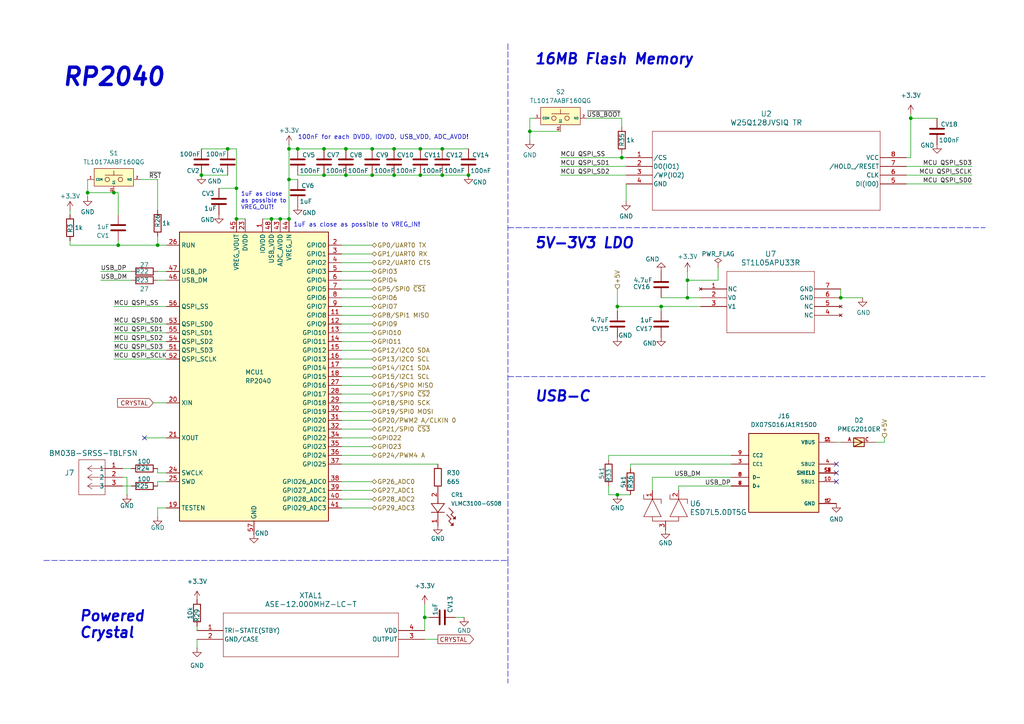
<source format=kicad_sch>
(kicad_sch (version 20231120) (generator "eeschema") (generator_version "8.0")
  (paper "A4")
  (title_block (title "RP2040 Standard") (company "Porto Space Team") (comment 1 "Miguel Amorim"))
  (lib_symbols
    (symbol "16MB_Flash:W25Q128JVSIQ_TR" (pin_names (offset 0.254))
      (property "Reference" "U" (at 40.64 12.7 0))
      (property "Value" "W25Q128JVSIQ TR" (at 40.64 10.16 0))
      (symbol "W25Q128JVSIQ_TR_0_1"
        (pin input line (at 0 0 0) (length 7.62) (name "/CS") (number "1"))
        (pin bidirectional line (at 0 -2.54 0) (length 7.62) (name "DO(IO1)") (number "2"))
        (pin bidirectional line (at 0 -5.08 0) (length 7.62) (name "/WP(IO2)") (number "3"))
        (pin passive line (at 0 -7.62 0) (length 7.62) (name "GND") (number "4"))
        (pin bidirectional line (at 81.28 -7.62 180) (length 7.62) (name "DI(IO0)") (number "5"))
        (pin input line (at 81.28 -5.08 180) (length 7.62) (name "CLK") (number "6"))
        (pin bidirectional line (at 81.28 -2.54 180) (length 7.62) (name "/HOLD_/RESET") (number "7"))
        (pin passive line (at 81.28 0 180) (length 7.62) (name "VCC") (number "8"))
      )
    )
    (symbol "AS12MHz:ASE-12.000MHZ-LC-T" (pin_names (offset 0.254))
      (property "Reference" "XTAL" (at 33.02 10.16 0))
      (property "Value" "ASE-12.000MHZ-LC-T" (at 33.02 7.62 0))
      (symbol "ASE-12.000MHZ-LC-T_0_1"
        (pin passive line (at 0 0 0) (length 7.62) (name "TRI-STATE(STBY)") (number "1"))
        (pin passive line (at 0 -2.54 0) (length 7.62) (name "GND/CASE") (number "2"))
        (pin output line (at 66.04 -2.54 180) (length 7.62) (name "OUTPUT") (number "3"))
        (pin power_in line (at 66.04 0 180) (length 7.62) (name "VDD") (number "4"))
      )
    )
    (symbol "DX07S016JA1R1500:DX07S016JA1R1500" (pin_names (offset 1.016))
      (property "Reference" "J" (at -10.16 11.43 0))
      (property "Value" "DX07S016JA1R1500" (at -10.16 -13.97 0))
      (symbol "DX07S016JA1R1500_0_0"
        (pin power_in line (at 15.24 -10.16 180) (length 5.08) (name "GND") (number "1"))
        (pin passive line (at 15.24 -3.81 180) (length 5.08) (name "SBU1") (number "10"))
        (pin passive line (at 15.24 7.62 180) (length 5.08) (name "VBUS") (number "11"))
        (pin power_in line (at 15.24 -10.16 180) (length 5.08) (name "GND") (number "12"))
        (pin passive line (at 15.24 7.62 180) (length 5.08) (name "VBUS") (number "2"))
        (pin passive line (at -15.24 1.27 0) (length 5.08) (name "CC1") (number "3"))
        (pin passive line (at 15.24 1.27 180) (length 5.08) (name "SBU2") (number "4"))
        (pin passive line (at -15.24 -2.54 0) (length 5.08) (name "D-") (number "5"))
        (pin passive line (at -15.24 -5.08 0) (length 5.08) (name "D+") (number "6"))
        (pin passive line (at -15.24 -5.08 0) (length 5.08) (name "D+") (number "7"))
        (pin passive line (at -15.24 -2.54 0) (length 5.08) (name "D-") (number "8"))
        (pin passive line (at -15.24 3.81 0) (length 5.08) (name "CC2") (number "9"))
        (pin passive line (at 15.24 -1.27 180) (length 5.08) (name "SHIELD") (number "S1"))
        (pin passive line (at 15.24 -1.27 180) (length 5.08) (name "SHIELD") (number "S2"))
        (pin passive line (at 15.24 -1.27 180) (length 5.08) (name "SHIELD") (number "S3"))
        (pin passive line (at 15.24 -1.27 180) (length 5.08) (name "SHIELD") (number "S4"))
        (pin passive line (at 15.24 -1.27 180) (length 5.08) (name "SHIELD") (number "S5"))
        (pin passive line (at 15.24 -1.27 180) (length 5.08) (name "SHIELD") (number "S6"))
      )
    )
    (symbol "Device:C" (pin_numbers hide) (pin_names (offset 0.254))
      (property "Reference" "C" (at 0.635 2.54 0))
      (property "Value" "C" (at 0.635 -2.54 0))
      (symbol "C_1_1"
        (pin passive line (at 0 3.81 270) (length 2.794) (name "~") (number "1"))
        (pin passive line (at 0 -3.81 90) (length 2.794) (name "~") (number "2"))
      )
    )
    (symbol "Device:R" (pin_numbers hide) (pin_names (offset 0))
      (property "Reference" "R" (at 2.032 0 90))
      (property "Value" "R" (at 0 0 90))
      (symbol "R_1_1"
        (pin passive line (at 0 3.81 270) (length 1.27) (name "~") (number "1"))
        (pin passive line (at 0 -3.81 90) (length 1.27) (name "~") (number "2"))
      )
    )
    (symbol "ESD7L5_Diode:ESD7L5.0DT5G" (pin_names (offset 0.254))
      (property "Reference" "U" (at 6.35 15.24 0))
      (property "Value" "ESD7L5.0DT5G" (at 6.35 12.7 0))
      (symbol "ESD7L5.0DT5G_1_1"
        (pin passive line (at 2.54 11.43 270) (length 2.54) (name "") (number "1"))
        (pin passive line (at 10.16 11.43 270) (length 2.54) (name "") (number "2"))
        (pin passive line (at 6.35 0 90) (length 2.54) (name "") (number "3"))
      )
    )
    (symbol "GreenLED__VLMC3100-GS08:VLMC3100-GS08" (pin_names (offset 0.254))
      (property "Reference" "CR" (at 5.08 -4.445 0))
      (property "Value" "VLMC3100-GS08" (at 5.08 -7.62 0))
      (symbol "VLMC3100-GS08_1_1"
        (pin passive line (at 10.16 0 180) (length 2.54) (name "") (number "1"))
        (pin passive line (at 0 0 0) (length 2.54) (name "") (number "2"))
      )
      (symbol "VLMC3100-GS08_1_2"
        (pin passive line (at 0 10.16 270) (length 2.54) (name "") (number "1"))
        (pin passive line (at 0 0 90) (length 2.54) (name "") (number "2"))
      )
    )
    (symbol "LDO_ST1L05A:ST1L05APU33R" (pin_names (offset 0.254))
      (property "Reference" "U" (at 20.32 10.16 0))
      (property "Value" "ST1L05APU33R" (at 20.32 7.62 0))
      (symbol "ST1L05APU33R_0_1"
        (pin no_connect line (at 0 0 0) (length 7.62) (name "NC") (number "1"))
        (pin passive line (at 0 -2.54 0) (length 7.62) (name "V0") (number "2"))
        (pin passive line (at 0 -5.08 0) (length 7.62) (name "V1") (number "3"))
        (pin no_connect line (at 40.64 -7.62 180) (length 7.62) (name "NC") (number "4"))
        (pin no_connect line (at 40.64 -5.08 180) (length 7.62) (name "NC") (number "5"))
        (pin passive line (at 40.64 -2.54 180) (length 7.62) (name "GND") (number "6"))
        (pin passive line (at 40.64 0 180) (length 7.62) (name "GND") (number "7"))
      )
    )
    (symbol "MCU_RaspberryPi:RP2040"
      (property "Reference" "U" (at 17.78 45.72 0))
      (property "Value" "RP2040" (at 17.78 43.18 0))
      (symbol "RP2040_1_1"
        (pin power_in line (at 2.54 45.72 270) (length 3.81) (name "IOVDD") (number "1"))
        (pin passive line (at 2.54 45.72 270) (length 3.81) hide (name "IOVDD") (number "10"))
        (pin bidirectional line (at 25.4 17.78 180) (length 3.81) (name "GPIO8") (number "11"))
        (pin bidirectional line (at 25.4 15.24 180) (length 3.81) (name "GPIO9") (number "12"))
        (pin bidirectional line (at 25.4 12.7 180) (length 3.81) (name "GPIO10") (number "13"))
        (pin bidirectional line (at 25.4 10.16 180) (length 3.81) (name "GPIO11") (number "14"))
        (pin bidirectional line (at 25.4 7.62 180) (length 3.81) (name "GPIO12") (number "15"))
        (pin bidirectional line (at 25.4 5.08 180) (length 3.81) (name "GPIO13") (number "16"))
        (pin bidirectional line (at 25.4 2.54 180) (length 3.81) (name "GPIO14") (number "17"))
        (pin bidirectional line (at 25.4 0 180) (length 3.81) (name "GPIO15") (number "18"))
        (pin input line (at -25.4 -38.1 0) (length 3.81) (name "TESTEN") (number "19"))
        (pin bidirectional line (at 25.4 38.1 180) (length 3.81) (name "GPIO0") (number "2"))
        (pin input line (at -25.4 -7.62 0) (length 3.81) (name "XIN") (number "20"))
        (pin passive line (at -25.4 -17.78 0) (length 3.81) (name "XOUT") (number "21"))
        (pin passive line (at 2.54 45.72 270) (length 3.81) hide (name "IOVDD") (number "22"))
        (pin power_in line (at -2.54 45.72 270) (length 3.81) (name "DVDD") (number "23"))
        (pin input line (at -25.4 -27.94 0) (length 3.81) (name "SWCLK") (number "24"))
        (pin bidirectional line (at -25.4 -30.48 0) (length 3.81) (name "SWD") (number "25"))
        (pin input line (at -25.4 38.1 0) (length 3.81) (name "RUN") (number "26"))
        (pin bidirectional line (at 25.4 -2.54 180) (length 3.81) (name "GPIO16") (number "27"))
        (pin bidirectional line (at 25.4 -5.08 180) (length 3.81) (name "GPIO17") (number "28"))
        (pin bidirectional line (at 25.4 -7.62 180) (length 3.81) (name "GPIO18") (number "29"))
        (pin bidirectional line (at 25.4 35.56 180) (length 3.81) (name "GPIO1") (number "3"))
        (pin bidirectional line (at 25.4 -10.16 180) (length 3.81) (name "GPIO19") (number "30"))
        (pin bidirectional line (at 25.4 -12.7 180) (length 3.81) (name "GPIO20") (number "31"))
        (pin bidirectional line (at 25.4 -15.24 180) (length 3.81) (name "GPIO21") (number "32"))
        (pin passive line (at 2.54 45.72 270) (length 3.81) hide (name "IOVDD") (number "33"))
        (pin bidirectional line (at 25.4 -17.78 180) (length 3.81) (name "GPIO22") (number "34"))
        (pin bidirectional line (at 25.4 -20.32 180) (length 3.81) (name "GPIO23") (number "35"))
        (pin bidirectional line (at 25.4 -22.86 180) (length 3.81) (name "GPIO24") (number "36"))
        (pin bidirectional line (at 25.4 -25.4 180) (length 3.81) (name "GPIO25") (number "37"))
        (pin bidirectional line (at 25.4 -30.48 180) (length 3.81) (name "GPIO26_ADC0") (number "38"))
        (pin bidirectional line (at 25.4 -33.02 180) (length 3.81) (name "GPIO27_ADC1") (number "39"))
        (pin bidirectional line (at 25.4 33.02 180) (length 3.81) (name "GPIO2") (number "4"))
        (pin bidirectional line (at 25.4 -35.56 180) (length 3.81) (name "GPIO28_ADC2") (number "40"))
        (pin bidirectional line (at 25.4 -38.1 180) (length 3.81) (name "GPIO29_ADC3") (number "41"))
        (pin passive line (at 2.54 45.72 270) (length 3.81) hide (name "IOVDD") (number "42"))
        (pin power_in line (at 7.62 45.72 270) (length 3.81) (name "ADC_AVDD") (number "43"))
        (pin power_in line (at 10.16 45.72 270) (length 3.81) (name "VREG_IN") (number "44"))
        (pin power_out line (at -5.08 45.72 270) (length 3.81) (name "VREG_VOUT") (number "45"))
        (pin bidirectional line (at -25.4 27.94 0) (length 3.81) (name "USB_DM") (number "46"))
        (pin bidirectional line (at -25.4 30.48 0) (length 3.81) (name "USB_DP") (number "47"))
        (pin power_in line (at 5.08 45.72 270) (length 3.81) (name "USB_VDD") (number "48"))
        (pin passive line (at 2.54 45.72 270) (length 3.81) hide (name "IOVDD") (number "49"))
        (pin bidirectional line (at 25.4 30.48 180) (length 3.81) (name "GPIO3") (number "5"))
        (pin passive line (at -2.54 45.72 270) (length 3.81) hide (name "DVDD") (number "50"))
        (pin bidirectional line (at -25.4 7.62 0) (length 3.81) (name "QSPI_SD3") (number "51"))
        (pin output line (at -25.4 5.08 0) (length 3.81) (name "QSPI_SCLK") (number "52"))
        (pin bidirectional line (at -25.4 15.24 0) (length 3.81) (name "QSPI_SD0") (number "53"))
        (pin bidirectional line (at -25.4 10.16 0) (length 3.81) (name "QSPI_SD2") (number "54"))
        (pin bidirectional line (at -25.4 12.7 0) (length 3.81) (name "QSPI_SD1") (number "55"))
        (pin bidirectional line (at -25.4 20.32 0) (length 3.81) (name "QSPI_SS") (number "56"))
        (pin power_in line (at 0 -45.72 90) (length 3.81) (name "GND") (number "57"))
        (pin bidirectional line (at 25.4 27.94 180) (length 3.81) (name "GPIO4") (number "6"))
        (pin bidirectional line (at 25.4 25.4 180) (length 3.81) (name "GPIO5") (number "7"))
        (pin bidirectional line (at 25.4 22.86 180) (length 3.81) (name "GPIO6") (number "8"))
        (pin bidirectional line (at 25.4 20.32 180) (length 3.81) (name "GPIO7") (number "9"))
      )
    )
    (symbol "PMEG2010ER:PMEG2010ER" (pin_names (offset 1.016))
      (property "Reference" "D" (at -3.8116 1.7534 0))
      (property "Value" "PMEG2010ER" (at -3.816 -3.5871 0))
      (symbol "PMEG2010ER_0_0"
        (pin passive line (at -5.08 0 0) (length 5.08) (name "~") (number "A"))
        (pin passive line (at 5.08 0 180) (length 5.08) (name "~") (number "C"))
      )
    )
    (symbol "SWD_Con:BM03B-SRSS-TBLFSN" (pin_names (offset 0.254))
      (property "Reference" "J" (at 8.89 6.35 0))
      (property "Value" "BM03B-SRSS-TBLFSN" (at 0 0 0))
      (symbol "BM03B-SRSS-TBLFSN_1_1"
        (pin passive line (at 0 0 0) (length 5.08) (name "1") (number "1"))
        (pin passive line (at 0 -2.54 0) (length 5.08) (name "2") (number "2"))
        (pin passive line (at 0 -5.08 0) (length 5.08) (name "3") (number "3"))
      )
      (symbol "BM03B-SRSS-TBLFSN_1_2"
        (pin passive line (at 0 0 0) (length 5.08) (name "1") (number "1"))
        (pin passive line (at 0 -2.54 0) (length 5.08) (name "2") (number "2"))
        (pin passive line (at 0 -5.08 0) (length 5.08) (name "3") (number "3"))
      )
    )
    (symbol "TL1017AABF160QG:TL1017AABF160QG"
      (property "Reference" "S" (at 0.762 14.732 0))
      (property "Value" "TL1017AABF160QG" (at 0.762 12.192 0))
      (symbol "TL1017AABF160QG_1_1"
        (pin passive line (at 1.27 3.81 0) (length 1.778) (name "COM") (number "1"))
        (pin passive line (at 16.51 3.81 180) (length 1.778) (name "NO") (number "2"))
        (pin passive line (at 8.89 0 90) (length 1.778) (name "G1") (number "G1"))
      )
    )
    (symbol "power:+3.3V" (power) (pin_numbers hide) (pin_names (offset 0) hide)
      (property "Value" "+3.3V" (at 0 3.556 0))
      (symbol "+3.3V_1_1"
        (pin power_in line (at 0 0 90) (length 0) (name "~") (number "1"))
      )
    )
    (symbol "power:GND" (power) (pin_numbers hide) (pin_names (offset 0) hide)
      (property "Value" "GND" (at 0 -3.81 0))
      (symbol "GND_1_1"
        (pin power_in line (at 0 0 270) (length 0) (name "~") (number "1"))
      )
    )
    (symbol "power:PWR_FLAG" (power) (pin_numbers hide) (pin_names (offset 0) hide)
      (property "Value" "PWR_FLAG" (at 0 3.81 0))
      (symbol "PWR_FLAG_0_0"
        (pin power_out line (at 0 0 90) (length 0) (name "~") (number "1"))
      )
    )
  )
  (junction (at 264.16 34.29))
  (junction (at 114.3 50.8))
  (junction (at 179.07 88.9))
  (junction (at 93.98 43.18))
  (junction (at 93.98 50.8))
  (junction (at 68.58 54.61))
  (junction (at 68.58 63.5))
  (junction (at 34.29 71.12))
  (junction (at 179.07 143.51))
  (junction (at 107.95 50.8))
  (junction (at 107.95 43.18))
  (junction (at 199.39 81.28))
  (junction (at 83.82 52.07))
  (junction (at 83.82 63.5))
  (junction (at 128.27 43.18))
  (junction (at 135.89 50.8))
  (junction (at 121.92 50.8))
  (junction (at 191.77 88.9))
  (junction (at 123.19 179.07))
  (junction (at 83.82 43.18))
  (junction (at 153.67 38.1))
  (junction (at 243.84 86.36))
  (junction (at 100.33 43.18))
  (junction (at 58.42 50.8))
  (junction (at 121.92 43.18))
  (junction (at 100.33 50.8))
  (junction (at 199.39 86.36))
  (junction (at 45.72 71.12))
  (junction (at 78.74 63.5))
  (junction (at 180.34 45.72))
  (junction (at 86.36 43.18))
  (junction (at 33.02 55.88))
  (junction (at 81.28 63.5))
  (junction (at 25.4 55.88))
  (junction (at 114.3 43.18))
  (junction (at 128.27 50.8))
  (junction (at 66.04 43.18))
  (no_connect (at 242.57 134.62))
  (no_connect (at 242.57 137.16))
  (no_connect (at 41.91 127))
  (no_connect (at 242.57 139.7))
  (wire (pts (xy 264.16 45.72) (xy 264.16 34.29)))
  (wire (pts (xy 256.54 128.27) (xy 254 128.27)))
  (wire (pts (xy 83.82 41.91) (xy 83.82 43.18)))
  (wire (pts (xy 99.06 109.22) (xy 107.95 109.22)))
  (wire (pts (xy 99.06 78.74) (xy 107.95 78.74)))
  (wire (pts (xy 199.39 81.28) (xy 208.28 81.28)))
  (wire (pts (xy 99.06 119.38) (xy 107.95 119.38)))
  (wire (pts (xy 35.56 138.43) (xy 36.83 138.43)))
  (wire (pts (xy 264.16 34.29) (xy 271.78 34.29)))
  (wire (pts (xy 44.45 116.84) (xy 48.26 116.84)))
  (wire (pts (xy 45.72 137.16) (xy 45.72 135.89)))
  (wire (pts (xy 93.98 43.18) (xy 86.36 43.18)))
  (wire (pts (xy 99.06 101.6) (xy 107.95 101.6)))
  (wire (pts (xy 25.4 52.07) (xy 25.4 55.88)))
  (wire (pts (xy 76.2 63.5) (xy 78.74 63.5)))
  (wire (pts (xy 36.83 138.43) (xy 36.83 143.51)))
  (wire (pts (xy 123.19 175.26) (xy 123.19 179.07)))
  (wire (pts (xy 45.72 71.12) (xy 48.26 71.12)))
  (wire (pts (xy 128.27 43.18) (xy 121.92 43.18)))
  (wire (pts (xy 243.84 83.82) (xy 243.84 86.36)))
  (wire (pts (xy 33.02 55.88) (xy 25.4 55.88)))
  (wire (pts (xy 176.53 143.51) (xy 176.53 140.97)))
  (wire (pts (xy 99.06 114.3) (xy 107.95 114.3)))
  (wire (pts (xy 262.89 48.26) (xy 281.94 48.26)))
  (wire (pts (xy 81.28 63.5) (xy 83.82 63.5)))
  (wire (pts (xy 181.61 50.8) (xy 162.56 50.8)))
  (wire (pts (xy 99.06 134.62) (xy 127 134.62)))
  (wire (pts (xy 58.42 50.8) (xy 66.04 50.8)))
  (wire (pts (xy 242.57 128.27) (xy 243.84 128.27)))
  (wire (pts (xy 243.84 86.36) (xy 250.19 86.36)))
  (wire (pts (xy 45.72 81.28) (xy 48.26 81.28)))
  (wire (pts (xy 68.58 54.61) (xy 68.58 43.18)))
  (wire (pts (xy 180.34 44.45) (xy 180.34 45.72)))
  (wire (pts (xy 99.06 132.08) (xy 107.95 132.08)))
  (wire (pts (xy 180.34 45.72) (xy 181.61 45.72)))
  (wire (pts (xy 45.72 147.32) (xy 48.26 147.32)))
  (wire (pts (xy 180.34 34.29) (xy 170.18 34.29)))
  (wire (pts (xy 45.72 149.86) (xy 45.72 147.32)))
  (wire (pts (xy 83.82 43.18) (xy 83.82 52.07)))
  (wire (pts (xy 83.82 52.07) (xy 83.82 63.5)))
  (wire (pts (xy 93.98 50.8) (xy 100.33 50.8)))
  (wire (pts (xy 154.94 34.29) (xy 153.67 34.29)))
  (wire (pts (xy 264.16 34.29) (xy 264.16 33.02)))
  (wire (pts (xy 107.95 43.18) (xy 100.33 43.18)))
  (wire (pts (xy 153.67 38.1) (xy 162.56 38.1)))
  (wire (pts (xy 196.85 140.97) (xy 196.85 142.24)))
  (wire (pts (xy 107.95 50.8) (xy 114.3 50.8)))
  (wire (pts (xy 33.02 101.6) (xy 48.26 101.6)))
  (wire (pts (xy 176.53 133.35) (xy 176.53 132.08)))
  (wire (pts (xy 58.42 43.18) (xy 66.04 43.18)))
  (wire (pts (xy 153.67 38.1) (xy 153.67 40.64)))
  (wire (pts (xy 99.06 96.52) (xy 107.95 96.52)))
  (wire (pts (xy 199.39 78.74) (xy 199.39 81.28)))
  (wire (pts (xy 35.56 140.97) (xy 38.1 140.97)))
  (wire (pts (xy 179.07 143.51) (xy 176.53 143.51)))
  (wire (pts (xy 212.09 134.62) (xy 182.88 134.62)))
  (wire (pts (xy 45.72 78.74) (xy 48.26 78.74)))
  (wire (pts (xy 99.06 127) (xy 107.95 127)))
  (wire (pts (xy 99.06 81.28) (xy 107.95 81.28)))
  (wire (pts (xy 99.06 121.92) (xy 107.95 121.92)))
  (wire (pts (xy 33.02 88.9) (xy 48.26 88.9)))
  (wire (pts (xy 86.36 50.8) (xy 93.98 50.8)))
  (wire (pts (xy 114.3 43.18) (xy 107.95 43.18)))
  (wire (pts (xy 34.29 71.12) (xy 34.29 69.85)))
  (wire (pts (xy 191.77 88.9) (xy 203.2 88.9)))
  (wire (pts (xy 99.06 139.7) (xy 107.95 139.7)))
  (wire (pts (xy 179.07 88.9) (xy 191.77 88.9)))
  (wire (pts (xy 123.19 179.07) (xy 124.46 179.07)))
  (wire (pts (xy 99.06 88.9) (xy 107.95 88.9)))
  (wire (pts (xy 256.54 127) (xy 256.54 128.27)))
  (wire (pts (xy 99.06 86.36) (xy 107.95 86.36)))
  (wire (pts (xy 99.06 71.12) (xy 107.95 71.12)))
  (wire (pts (xy 176.53 132.08) (xy 212.09 132.08)))
  (wire (pts (xy 34.29 71.12) (xy 45.72 71.12)))
  (wire (pts (xy 63.5 54.61) (xy 68.58 54.61)))
  (wire (pts (xy 196.85 140.97) (xy 212.09 140.97)))
  (wire (pts (xy 40.64 52.07) (xy 45.72 52.07)))
  (wire (pts (xy 34.29 55.88) (xy 33.02 55.88)))
  (wire (pts (xy 128.27 50.8) (xy 135.89 50.8)))
  (wire (pts (xy 45.72 140.97) (xy 45.72 139.7)))
  (wire (pts (xy 121.92 43.18) (xy 114.3 43.18)))
  (wire (pts (xy 33.02 104.14) (xy 48.26 104.14)))
  (wire (pts (xy 182.88 134.62) (xy 182.88 135.89)))
  (wire (pts (xy 83.82 52.07) (xy 86.36 52.07)))
  (wire (pts (xy 99.06 124.46) (xy 107.95 124.46)))
  (wire (pts (xy 181.61 48.26) (xy 162.56 48.26)))
  (wire (pts (xy 45.72 139.7) (xy 48.26 139.7)))
  (wire (pts (xy 45.72 52.07) (xy 45.72 60.96)))
  (wire (pts (xy 189.23 138.43) (xy 212.09 138.43)))
  (wire (pts (xy 35.56 135.89) (xy 38.1 135.89)))
  (wire (pts (xy 20.32 60.96) (xy 20.32 62.23)))
  (wire (pts (xy 57.15 181.61) (xy 57.15 182.88)))
  (wire (pts (xy 100.33 50.8) (xy 107.95 50.8)))
  (wire (pts (xy 20.32 71.12) (xy 20.32 69.85)))
  (wire (pts (xy 100.33 43.18) (xy 93.98 43.18)))
  (wire (pts (xy 189.23 138.43) (xy 189.23 142.24)))
  (wire (pts (xy 68.58 63.5) (xy 71.12 63.5)))
  (wire (pts (xy 179.07 88.9) (xy 179.07 90.17)))
  (wire (pts (xy 41.91 127) (xy 48.26 127)))
  (wire (pts (xy 262.89 45.72) (xy 264.16 45.72)))
  (wire (pts (xy 86.36 43.18) (xy 83.82 43.18)))
  (wire (pts (xy 181.61 53.34) (xy 181.61 58.42)))
  (wire (pts (xy 34.29 71.12) (xy 20.32 71.12)))
  (wire (pts (xy 99.06 142.24) (xy 107.95 142.24)))
  (polyline (pts (xy 147.32 12.7) (xy 147.32 162.56)) (stroke (width 0) (type dash)))
  (wire (pts (xy 179.07 83.82) (xy 179.07 88.9)))
  (wire (pts (xy 123.19 185.42) (xy 127 185.42)))
  (wire (pts (xy 57.15 185.42) (xy 57.15 187.96)))
  (wire (pts (xy 99.06 73.66) (xy 107.95 73.66)))
  (wire (pts (xy 162.56 45.72) (xy 180.34 45.72)))
  (wire (pts (xy 99.06 116.84) (xy 107.95 116.84)))
  (wire (pts (xy 99.06 147.32) (xy 107.95 147.32)))
  (wire (pts (xy 123.19 179.07) (xy 123.19 182.88)))
  (wire (pts (xy 99.06 106.68) (xy 107.95 106.68)))
  (wire (pts (xy 199.39 81.28) (xy 199.39 86.36)))
  (polyline (pts (xy 147.32 162.56) (xy 147.32 198.12)) (stroke (width 0) (type dash)))
  (wire (pts (xy 29.21 78.74) (xy 38.1 78.74)))
  (wire (pts (xy 68.58 43.18) (xy 66.04 43.18)))
  (wire (pts (xy 78.74 63.5) (xy 81.28 63.5)))
  (wire (pts (xy 33.02 93.98) (xy 48.26 93.98)))
  (wire (pts (xy 99.06 144.78) (xy 107.95 144.78)))
  (wire (pts (xy 199.39 86.36) (xy 203.2 86.36)))
  (wire (pts (xy 25.4 55.88) (xy 25.4 57.15)))
  (wire (pts (xy 45.72 137.16) (xy 48.26 137.16)))
  (wire (pts (xy 191.77 86.36) (xy 199.39 86.36)))
  (wire (pts (xy 33.02 99.06) (xy 48.26 99.06)))
  (wire (pts (xy 99.06 104.14) (xy 107.95 104.14)))
  (wire (pts (xy 114.3 50.8) (xy 121.92 50.8)))
  (polyline (pts (xy 12.7 162.56) (xy 147.32 162.56)) (stroke (width 0) (type dash)))
  (wire (pts (xy 29.21 81.28) (xy 38.1 81.28)))
  (wire (pts (xy 99.06 76.2) (xy 107.95 76.2)))
  (wire (pts (xy 191.77 90.17) (xy 191.77 88.9)))
  (wire (pts (xy 262.89 53.34) (xy 281.94 53.34)))
  (wire (pts (xy 99.06 111.76) (xy 107.95 111.76)))
  (wire (pts (xy 99.06 129.54) (xy 107.95 129.54)))
  (wire (pts (xy 99.06 93.98) (xy 107.95 93.98)))
  (wire (pts (xy 33.02 96.52) (xy 48.26 96.52)))
  (wire (pts (xy 128.27 43.18) (xy 135.89 43.18)))
  (wire (pts (xy 262.89 50.8) (xy 281.94 50.8)))
  (wire (pts (xy 182.88 143.51) (xy 179.07 143.51)))
  (wire (pts (xy 121.92 50.8) (xy 128.27 50.8)))
  (wire (pts (xy 99.06 91.44) (xy 107.95 91.44)))
  (wire (pts (xy 208.28 81.28) (xy 208.28 77.47)))
  (wire (pts (xy 45.72 68.58) (xy 45.72 71.12)))
  (wire (pts (xy 99.06 99.06) (xy 107.95 99.06)))
  (wire (pts (xy 99.06 83.82) (xy 107.95 83.82)))
  (wire (pts (xy 180.34 36.83) (xy 180.34 34.29)))
  (wire (pts (xy 132.08 179.07) (xy 134.62 179.07)))
  (polyline (pts (xy 147.32 66.04) (xy 285.75 66.04)) (stroke (width 0) (type dash)))
  (wire (pts (xy 153.67 34.29) (xy 153.67 38.1)))
  (polyline (pts (xy 147.32 109.22) (xy 285.75 109.22)) (stroke (width 0) (type dash)))
  (wire (pts (xy 34.29 55.88) (xy 34.29 62.23)))
  (wire (pts (xy 68.58 54.61) (xy 68.58 63.5)))
  (text "Powered\nCrystal" (at 22.86 185.42 0) (effects (font (size 3 3) (bold yes) (italic yes)) (justify left bottom)))
  (text "16MB Flash Memory" (at 154.94 19.05 0) (effects (font (size 3 3) (bold yes) (italic yes)) (justify left bottom)))
  (text "100nF for each DVDD, IOVDD, USB_VDD, ADC_AVDD!" (at 86.36 40.64 0) (effects (font (size 1.27 1.27)) (justify left bottom)))
  (text "1uF as close \nas possible to \nVREG_OUT!" (at 69.85 60.96 0) (effects (font (size 1.2 1.2)) (justify left bottom)))
  (text "5V-3V3 LDO" (at 154.94 72.39 0) (effects (font (size 3 3) (bold yes) (italic yes)) (justify left bottom)))
  (text "1uF as close as possible to VREG_IN!" (at 85.09 66.04 0) (effects (font (size 1.27 1.27)) (justify left bottom)))
  (text "RP2040" (at 17.78 25.4 0) (effects (font (size 5 5) (thickness 1) (bold yes) (italic yes)) (justify left bottom)))
  (text "USB-C" (at 154.94 116.84 0) (effects (font (size 3 3) (bold yes) (italic yes)) (justify left bottom)))
  (label "MCU QSPI_SS" (at 33.02 88.9 0))
  (label "MCU QSPI_SD3" (at 33.02 101.6 0))
  (label "MCU QSPI_SD1" (at 162.56 48.26 0))
  (label "MCU QSPI_SD0" (at 33.02 93.98 0))
  (label "USB_DM" (at 29.21 81.28 0))
  (label "~{RST}" (at 43.18 52.07 0))
  (label "MCU QSPI_SD2" (at 33.02 99.06 0))
  (label "MCU QSPI_SD3" (at 281.94 48.26 180))
  (label "USB_DM" (at 195.58 138.43 0))
  (label "MCU QSPI_SD0" (at 281.94 53.34 180))
  (label "MCU QSPI_SCLK" (at 281.94 50.8 180))
  (label "USB_DP" (at 29.21 78.74 0))
  (label "MCU QSPI_SS" (at 162.56 45.72 0))
  (label "MCU QSPI_SD1" (at 33.02 96.52 0))
  (label "MCU QSPI_SD2" (at 162.56 50.8 0))
  (label "~{USB_BOOT}" (at 170.18 34.29 0))
  (label "USB_DP" (at 204.47 140.97 0))
  (label "MCU QSPI_SCLK" (at 33.02 104.14 0))
  (global_label "CRYSTAL" (shape output) (at 127 185.42 0) (property "Intersheetrefs" "${INTERSHEET_REFS}" (effects (hide yes))))
  (global_label "CRYSTAL" (shape input) (at 44.45 116.84 180) (property "Intersheetrefs" "${INTERSHEET_REFS}" (effects (hide yes))))
  (hierarchical_label "GP27_ADC1" (shape bidirectional) (at 107.95 142.24 0))
  (hierarchical_label "GPIO10" (shape bidirectional) (at 107.95 96.52 0))
  (hierarchical_label "GP14{slash}I2C1 SDA" (shape bidirectional) (at 107.95 106.68 0))
  (hierarchical_label "GP5{slash}SPI0 ~{CS1}" (shape bidirectional) (at 107.95 83.82 0))
  (hierarchical_label "GP29_ADC3" (shape bidirectional) (at 107.95 147.32 0))
  (hierarchical_label "GP2{slash}UART0 CTS" (shape bidirectional) (at 107.95 76.2 0))
  (hierarchical_label "GP0{slash}UART0 TX" (shape bidirectional) (at 107.95 71.12 0))
  (hierarchical_label "GP19{slash}SPI0 MOSI" (shape bidirectional) (at 107.95 119.38 0))
  (hierarchical_label "GP21{slash}SPI0 ~{CS3}" (shape bidirectional) (at 107.95 124.46 0))
  (hierarchical_label "GPIO9" (shape bidirectional) (at 107.95 93.98 0))
  (hierarchical_label "GPIO7" (shape bidirectional) (at 107.95 88.9 0))
  (hierarchical_label "GP12{slash}I2C0 SDA" (shape bidirectional) (at 107.95 101.6 0))
  (hierarchical_label "+5V" (shape input) (at 179.07 83.82 90))
  (hierarchical_label "GP1{slash}UART0 RX" (shape bidirectional) (at 107.95 73.66 0))
  (hierarchical_label "GPIO23" (shape bidirectional) (at 107.95 129.54 0))
  (hierarchical_label "GP28_ADC2" (shape bidirectional) (at 107.95 144.78 0))
  (hierarchical_label "GPIO6" (shape bidirectional) (at 107.95 86.36 0))
  (hierarchical_label "GP20{slash}PWM2 A{slash}CLKIN 0" (shape bidirectional) (at 107.95 121.92 0))
  (hierarchical_label "GP15{slash}I2C1 SCL" (shape bidirectional) (at 107.95 109.22 0))
  (hierarchical_label "GPIO22" (shape bidirectional) (at 107.95 127 0))
  (hierarchical_label "GP8{slash}SPI1 MISO" (shape bidirectional) (at 107.95 91.44 0))
  (hierarchical_label "GPIO3" (shape bidirectional) (at 107.95 78.74 0))
  (hierarchical_label "GP24{slash}PWM4 A" (shape bidirectional) (at 107.95 132.08 0))
  (hierarchical_label "GP13{slash}I2C0 SCL" (shape bidirectional) (at 107.95 104.14 0))
  (hierarchical_label "GP16{slash}SPI0 MISO" (shape bidirectional) (at 107.95 111.76 0))
  (hierarchical_label "GPIO4" (shape bidirectional) (at 107.95 81.28 0))
  (hierarchical_label "GPIO11" (shape bidirectional) (at 107.95 99.06 0))
  (hierarchical_label "+5V" (shape input) (at 256.54 127 90))
  (hierarchical_label "GP26_ADC0" (shape bidirectional) (at 107.95 139.7 0))
  (hierarchical_label "GP18{slash}SPI0 SCK" (shape bidirectional) (at 107.95 116.84 0))
  (hierarchical_label "GP17{slash}SPI0 ~{CS2}" (shape bidirectional) (at 107.95 114.3 0))
  (symbol (lib_id "power:GND") (at 179.07 97.79 0) (unit 1)
    (property "Reference" "#PWR050" (effects (hide yes)))
    (property "Value" "GND" (at 181.356 97.282 0))
    (property "Description" "Power symbol creates a global label with name \"GND\" , ground" (effects (hide yes)))
  )
  (symbol (lib_id "power:GND") (at 36.83 143.51 0) (unit 1)
    (property "Reference" "#PWR08" (effects (hide yes)))
    (property "Value" "GND" (at 36.83 146.685 0))
    (property "Description" "Power symbol creates a global label with name \"GND\" , ground" (effects (hide yes)))
  )
  (symbol (lib_id "Device:C") (at 93.98 46.99 0) (unit 1)
    (property "Reference" "CV7" (at 94.742 44.958 0) (effects (justify left)))
    (property "Value" "100nF" (at 94.488 49.53 0) (effects (justify left)))
    (property "Footprint" "Capacitor-0402:Capacitor_0402" (effects (hide yes)))
    (property "Description" "Unpolarized capacitor" (effects (hide yes)))
  )
  (symbol (lib_id "power:GND") (at 181.61 58.42 0) (unit 1)
    (property "Reference" "#PWR052" (effects (hide yes)))
    (property "Value" "GND" (at 181.61 62.738 0))
    (property "Description" "Power symbol creates a global label with name \"GND\" , ground" (effects (hide yes)))
  )
  (symbol (lib_id "PMEG2010ER:PMEG2010ER") (at 248.92 128.27 0) (unit 1)
    (property "Reference" "D2" (at 249.1317 121.92 0))
    (property "Value" "PMEG2010ER" (at 249.1317 124.46 0))
    (property "Footprint" "Diode-Schottky_PMEG2010ER:SODFL3517X110N" (effects (hide yes)))
    (property "MF" "NXP Semiconductors" (effects (hide yes)))
    (property "Description_1" "\n                        \n                            Rectifier Diode Schottky 1A Automotive 2-Pin SOD-123W T/R\n                        \n" (effects (hide yes)))
    (property "Package" "SOD-123 Nexperia USA" (effects (hide yes)))
    (property "Price" "None" (effects (hide yes)))
    (property "Check_prices" "https://www.snapeda.com/parts/PMEG2010ER/NXP+Semiconductors/view-part/?ref=eda" (effects (hide yes)))
    (property "STANDARD" "IPC-7351B" (effects (hide yes)))
    (property "PARTREV" "01" (effects (hide yes)))
    (property "SnapEDA_Link" "https://www.snapeda.com/parts/PMEG2010ER/NXP+Semiconductors/view-part/?ref=snap" (effects (hide yes)))
    (property "MP" "PMEG2010ER" (effects (hide yes)))
    (property "Availability" "In Stock" (effects (hide yes)))
    (property "MANUFACTURER" "NEXPERIA" (effects (hide yes)))
  )
  (symbol (lib_id "Device:C") (at 66.04 46.99 180) (unit 1)
    (property "Reference" "CV4" (at 65.024 49.53 0) (effects (justify left)))
    (property "Value" "100nF" (at 65.786 44.704 0) (effects (justify left)))
    (property "Footprint" "Capacitor-0402:Capacitor_0402" (effects (hide yes)))
    (property "Description" "Unpolarized capacitor" (effects (hide yes)))
  )
  (symbol (lib_id "DX07S016JA1R1500:DX07S016JA1R1500") (at 227.33 135.89 0) (unit 1)
    (property "Reference" "J16" (at 227.33 120.65 0))
    (property "Value" "DX07S016JA1R1500" (at 227.33 123.19 0))
    (property "Footprint" "USBC-DX07S016JA1:JAE_DX07S016JA1R1500" (effects (hide yes)))
    (property "MF" "JAE Electronics" (effects (hide yes)))
    (property "MAXIMUM_PACKAGE_HEIGHT" "3.31 mm" (effects (hide yes)))
    (property "Package" "None" (effects (hide yes)))
    (property "Price" "None" (effects (hide yes)))
    (property "Check_prices" "https://www.snapeda.com/parts/DX07S016JA1R1500/JAE+Electronics/view-part/?ref=eda" (effects (hide yes)))
    (property "STANDARD" "Manufacturer Recommendations" (effects (hide yes)))
    (property "PARTREV" "1" (effects (hide yes)))
    (property "SnapEDA_Link" "https://www.snapeda.com/parts/DX07S016JA1R1500/JAE+Electronics/view-part/?ref=snap" (effects (hide yes)))
    (property "MP" "DX07S016JA1R1500" (effects (hide yes)))
    (property "Description_1" "\n                        \n                            USB-C (USB TYPE-C) USB 2.0 Receptacle Connector 24 (16+8 Dummy) Position Surface Mount, Right Angle; Through Hole\n                        \n" (effects (hide yes)))
    (property "Availability" "In Stock" (effects (hide yes)))
    (property "MANUFACTURER" "JAE Industry Ltd." (effects (hide yes)))
  )
  (symbol (lib_id "power:GND") (at 45.72 149.86 0) (unit 1)
    (property "Reference" "#PWR09" (effects (hide yes)))
    (property "Value" "GND" (at 45.72 153.035 0))
    (property "Description" "Power symbol creates a global label with name \"GND\" , ground" (effects (hide yes)))
  )
  (symbol (lib_id "Device:R") (at 182.88 139.7 0) (mirror x) (unit 1)
    (property "Reference" "R36" (at 182.88 137.795 90) (effects (justify left)))
    (property "Value" "5k1" (at 180.848 137.922 90) (effects (justify left)))
    (property "Footprint" "Resistor-0805:RES_0805" (effects (hide yes)))
    (property "Description" "Resistor" (effects (hide yes)))
  )
  (symbol (lib_id "Device:R") (at 176.53 137.16 0) (mirror x) (unit 1)
    (property "Reference" "R33" (at 176.53 135.89 90) (effects (justify left)))
    (property "Value" "5k1" (at 174.498 135.382 90) (effects (justify left)))
    (property "Footprint" "Resistor-0805:RES_0805" (effects (hide yes)))
    (property "Description" "Resistor" (effects (hide yes)))
  )
  (symbol (lib_id "16MB_Flash:W25Q128JVSIQ_TR") (at 181.61 45.72 0) (unit 1)
    (property "Reference" "U2" (at 222.25 33.02 0) (effects (font (size 1.524 1.524))))
    (property "Value" "W25Q128JVSIQ TR" (at 222.25 35.56 0) (effects (font (size 1.524 1.524))))
    (property "Footprint" "NOR Flash:SOIC_208MIL_WIN" (effects (hide yes)))
    (property "Datasheet" "W25Q128JVSIQ TR" (effects (hide yes)))
  )
  (symbol (lib_id "power:GND") (at 179.07 143.51 0) (mirror y) (unit 1)
    (property "Reference" "#PWR051" (effects (hide yes)))
    (property "Value" "GND" (at 179.07 147.32 0))
    (property "Description" "Power symbol creates a global label with name \"GND\" , ground" (effects (hide yes)))
  )
  (symbol (lib_id "power:GND") (at 250.19 86.36 0) (unit 1)
    (property "Reference" "#PWR075" (effects (hide yes)))
    (property "Value" "GND" (at 250.444 90.678 0))
    (property "Description" "Power symbol creates a global label with name \"GND\" , ground" (effects (hide yes)))
  )
  (symbol (lib_id "Device:R") (at 41.91 81.28 90) (mirror x) (unit 1)
    (property "Reference" "R23" (at 43.18 81.28 90) (effects (justify left)))
    (property "Value" "27" (at 43.18 83.82 90) (effects (justify left)))
    (property "Footprint" "Resistor-0603:RES_0603" (effects (hide yes)))
    (property "Description" "Resistor" (effects (hide yes)))
  )
  (symbol (lib_id "power:GND") (at 193.04 153.67 0) (mirror y) (unit 1)
    (property "Reference" "#PWR072" (effects (hide yes)))
    (property "Value" "GND" (at 193.04 157.48 0))
    (property "Description" "Power symbol creates a global label with name \"GND\" , ground" (effects (hide yes)))
  )
  (symbol (lib_id "power:+3.3V") (at 264.16 33.02 0) (unit 1)
    (property "Reference" "#PWR078" (effects (hide yes)))
    (property "Value" "+3.3V" (at 264.16 27.686 0))
    (property "Description" "Power symbol creates a global label with name \"+3.3V\"" (effects (hide yes)))
  )
  (symbol (lib_id "power:+3.3V") (at 83.82 41.91 0) (unit 1)
    (property "Reference" "#PWR043" (effects (hide yes)))
    (property "Value" "+3.3V" (at 83.82 37.846 0))
    (property "Description" "Power symbol creates a global label with name \"+3.3V\"" (effects (hide yes)))
  )
  (symbol (lib_id "Device:C") (at 100.33 46.99 0) (unit 1)
    (property "Reference" "CV8" (at 101.346 44.958 0) (effects (justify left)))
    (property "Value" "100nF" (at 100.838 49.53 0) (effects (justify left)))
    (property "Footprint" "Capacitor-0402:Capacitor_0402" (effects (hide yes)))
    (property "Description" "Unpolarized capacitor" (effects (hide yes)))
  )
  (symbol (lib_id "power:GND") (at 25.4 57.15 0) (unit 1)
    (property "Reference" "#PWR05" (effects (hide yes)))
    (property "Value" "GND" (at 25.4 61.468 0))
    (property "Description" "Power symbol creates a global label with name \"GND\" , ground" (effects (hide yes)))
  )
  (symbol (lib_id "Device:R") (at 57.15 177.8 0) (mirror x) (unit 1)
    (property "Reference" "R29" (at 57.15 176.53 90) (effects (justify left)))
    (property "Value" "10k" (at 55.118 176.022 90) (effects (justify left)))
    (property "Footprint" "Resistor-0402:RES_0402" (effects (hide yes)))
    (property "Description" "Resistor" (effects (hide yes)))
  )
  (symbol (lib_id "Device:R") (at 20.32 66.04 0) (unit 1)
    (property "Reference" "R3" (at 20.32 67.564 90) (effects (justify left)))
    (property "Value" "1k" (at 21.59 66.04 0) (effects (justify left)))
    (property "Footprint" "Resistor-0402:RES_0402" (effects (hide yes)))
    (property "Description" "Resistor" (effects (hide yes)))
  )
  (symbol (lib_id "Device:C") (at 128.27 46.99 0) (unit 1)
    (property "Reference" "CV12" (at 129.286 44.958 0) (effects (justify left)))
    (property "Value" "100nF" (at 128.778 49.53 0) (effects (justify left)))
    (property "Footprint" "Capacitor-0402:Capacitor_0402" (effects (hide yes)))
    (property "Description" "Unpolarized capacitor" (effects (hide yes)))
  )
  (symbol (lib_id "Device:C") (at 86.36 55.88 0) (unit 1)
    (property "Reference" "CV6" (at 87.376 53.848 0) (effects (justify left)))
    (property "Value" "1uF" (at 86.868 58.42 0) (effects (justify left)))
    (property "Footprint" "Capacitor-0402:Capacitor_0402" (effects (hide yes)))
    (property "Description" "Unpolarized capacitor" (effects (hide yes)))
  )
  (symbol (lib_id "MCU_RaspberryPi:RP2040") (at 73.66 109.22 0) (unit 1)
    (property "Reference" "MCU1" (at 71.12 107.95 0) (effects (justify left)))
    (property "Value" "RP2040" (at 71.12 110.49 0) (effects (justify left)))
    (property "Footprint" "Package_DFN_QFN:QFN-56-1EP_7x7mm_P0.4mm_EP3.2x3.2mm" (effects (hide yes)))
    (property "Datasheet" "https://datasheets.raspberrypi.com/rp2040/rp2040-datasheet.pdf" (effects (hide yes)))
    (property "Description" "A microcontroller by Raspberry Pi" (effects (hide yes)))
  )
  (symbol (lib_id "Device:R") (at 41.91 78.74 90) (unit 1)
    (property "Reference" "R22" (at 43.18 78.74 90) (effects (justify left)))
    (property "Value" "27" (at 43.18 76.835 90) (effects (justify left)))
    (property "Footprint" "Resistor-0603:RES_0603" (effects (hide yes)))
    (property "Description" "Resistor" (effects (hide yes)))
  )
  (symbol (lib_id "power:GND") (at 58.42 50.8 0) (unit 1)
    (property "Reference" "#PWR039" (effects (hide yes)))
    (property "Value" "GND" (at 62.23 52.578 0))
    (property "Description" "Power symbol creates a global label with name \"GND\" , ground" (effects (hide yes)))
  )
  (symbol (lib_id "power:GND") (at 271.78 41.91 0) (unit 1)
    (property "Reference" "#PWR082" (effects (hide yes)))
    (property "Value" "GND" (at 268.986 42.164 0))
    (property "Description" "Power symbol creates a global label with name \"GND\" , ground" (effects (hide yes)))
  )
  (symbol (lib_id "GreenLED__VLMC3100-GS08:VLMC3100-GS08") (at 127 142.24 270) (unit 1)
    (property "Reference" "CR1" (at 130.81 143.51 90) (effects (font (size 1.143 1.143)) (justify left)))
    (property "Value" "VLMC3100-GS08" (at 130.81 146.05 90) (effects (font (size 1.143 1.143)) (justify left)))
    (property "Footprint" "LED-Green_VLMC3100-GS08:LED_PLCC_VSMB" (effects (hide yes)))
    (property "Datasheet" "VLMC3100-GS08" (effects (hide yes)))
  )
  (symbol (lib_id "power:+3.3V") (at 57.15 173.99 0) (unit 1)
    (property "Reference" "#PWR032" (effects (hide yes)))
    (property "Value" "+3.3V" (at 57.15 168.656 0))
    (property "Description" "Power symbol creates a global label with name \"+3.3V\"" (effects (hide yes)))
  )
  (symbol (lib_id "power:GND") (at 134.62 179.07 0) (unit 1)
    (property "Reference" "#PWR047" (effects (hide yes)))
    (property "Value" "GND" (at 134.62 182.88 0))
    (property "Description" "Power symbol creates a global label with name \"GND\" , ground" (effects (hide yes)))
  )
  (symbol (lib_id "Device:C") (at 135.89 46.99 0) (unit 1)
    (property "Reference" "CV14" (at 136.906 44.958 0) (effects (justify left)))
    (property "Value" "100nF" (at 136.398 49.53 0) (effects (justify left)))
    (property "Footprint" "Capacitor-0402:Capacitor_0402" (effects (hide yes)))
    (property "Description" "Unpolarized capacitor" (effects (hide yes)))
  )
  (symbol (lib_id "LDO_ST1L05A:ST1L05APU33R") (at 203.2 83.82 0) (unit 1)
    (property "Reference" "U7" (at 223.52 73.66 0) (effects (font (size 1.524 1.524))))
    (property "Value" "ST1L05APU33R" (at 223.52 76.2 0) (effects (font (size 1.524 1.524))))
    (property "Footprint" "LDO ST1L05A:DFN_5APU33R_STM" (effects (hide yes)))
    (property "Datasheet" "ST1L05APU33R" (effects (hide yes)))
  )
  (symbol (lib_id "power:GND") (at 57.15 187.96 0) (unit 1)
    (property "Reference" "#PWR033" (effects (hide yes)))
    (property "Value" "GND" (at 57.15 193.04 0))
    (property "Description" "Power symbol creates a global label with name \"GND\" , ground" (effects (hide yes)))
  )
  (symbol (lib_id "power:+3.3V") (at 20.32 60.96 0) (unit 1)
    (property "Reference" "#PWR04" (effects (hide yes)))
    (property "Value" "+3.3V" (at 20.32 56.896 0))
    (property "Description" "Power symbol creates a global label with name \"+3.3V\"" (effects (hide yes)))
  )
  (symbol (lib_id "Device:C") (at 179.07 93.98 180) (unit 1)
    (property "Reference" "CV15" (at 176.6062 95.3516 0) (effects (justify left)))
    (property "Value" "4.7uF" (at 176.6062 92.8116 0) (effects (justify left)))
    (property "Footprint" "Capacitor-0402:Capacitor_0402" (effects (hide yes)))
    (property "Description" "Unpolarized capacitor" (effects (hide yes)))
  )
  (symbol (lib_id "Device:R") (at 180.34 40.64 0) (unit 1)
    (property "Reference" "R35" (at 180.34 42.545 90) (effects (justify left)))
    (property "Value" "1k" (at 181.61 40.64 0) (effects (justify left)))
    (property "Footprint" "Resistor-0402:RES_0402" (effects (hide yes)))
    (property "Description" "Resistor" (effects (hide yes)))
  )
  (symbol (lib_id "power:PWR_FLAG") (at 208.28 77.47 0) (unit 1)
    (property "Reference" "#FLG03" (effects (hide yes)))
    (property "Value" "PWR_FLAG" (at 208.28 73.66 0))
    (property "Description" "Special symbol for telling ERC where power comes from" (effects (hide yes)))
  )
  (symbol (lib_id "Device:R") (at 127 138.43 0) (unit 1)
    (property "Reference" "R30" (at 129.54 137.1599 0) (effects (justify left)))
    (property "Value" "665" (at 129.54 139.6999 0) (effects (justify left)))
    (property "Footprint" "Resistor-0402:RES_0402" (effects (hide yes)))
    (property "Description" "Resistor" (effects (hide yes)))
  )
  (symbol (lib_id "Device:R") (at 45.72 64.77 0) (unit 1)
    (property "Reference" "R26" (at 45.72 66.04 90) (effects (justify left)))
    (property "Value" "1k" (at 46.99 64.77 0) (effects (justify left)))
    (property "Footprint" "Resistor-0402:RES_0402" (effects (hide yes)))
    (property "Description" "Resistor" (effects (hide yes)))
  )
  (symbol (lib_id "power:+3.3V") (at 123.19 175.26 0) (unit 1)
    (property "Reference" "#PWR045" (effects (hide yes)))
    (property "Value" "+3.3V" (at 123.19 169.926 0))
    (property "Description" "Power symbol creates a global label with name \"+3.3V\"" (effects (hide yes)))
  )
  (symbol (lib_id "Device:C") (at 271.78 38.1 0) (unit 1)
    (property "Reference" "CV18" (at 272.796 36.068 0) (effects (justify left)))
    (property "Value" "100nF" (at 272.288 40.64 0) (effects (justify left)))
    (property "Footprint" "Capacitor-0402:Capacitor_0402" (effects (hide yes)))
    (property "Description" "Unpolarized capacitor" (effects (hide yes)))
  )
  (symbol (lib_id "Device:R") (at 41.91 135.89 90) (mirror x) (unit 1)
    (property "Reference" "R24" (at 43.434 135.89 90) (effects (justify left)))
    (property "Value" "100" (at 43.688 133.858 90) (effects (justify left)))
    (property "Footprint" "Resistor-0402:RES_0402" (effects (hide yes)))
    (property "Description" "Resistor" (effects (hide yes)))
  )
  (symbol (lib_id "power:GND") (at 242.57 146.05 0) (mirror y) (unit 1)
    (property "Reference" "#PWR074" (effects (hide yes)))
    (property "Value" "GND" (at 242.57 150.622 0))
    (property "Description" "Power symbol creates a global label with name \"GND\" , ground" (effects (hide yes)))
  )
  (symbol (lib_id "power:GND") (at 191.77 97.79 0) (unit 1)
    (property "Reference" "#PWR054" (effects (hide yes)))
    (property "Value" "GND" (at 188.468 99.568 0))
    (property "Description" "Power symbol creates a global label with name \"GND\" , ground" (effects (hide yes)))
  )
  (symbol (lib_id "power:+3.3V") (at 199.39 78.74 0) (unit 1)
    (property "Reference" "#PWR073" (effects (hide yes)))
    (property "Value" "+3.3V" (at 199.39 74.422 0))
    (property "Description" "Power symbol creates a global label with name \"+3.3V\"" (effects (hide yes)))
  )
  (symbol (lib_id "Device:C") (at 58.42 46.99 180) (unit 1)
    (property "Reference" "CV2" (at 57.912 49.53 0) (effects (justify left)))
    (property "Value" "100nF" (at 58.166 44.704 0) (effects (justify left)))
    (property "Footprint" "Capacitor-0402:Capacitor_0402" (effects (hide yes)))
    (property "Description" "Unpolarized capacitor" (effects (hide yes)))
  )
  (symbol (lib_id "SWD_Con:BM03B-SRSS-TBLFSN") (at 35.56 135.89 0) (mirror y) (unit 1)
    (property "Reference" "J7" (at 21.59 137.1599 0) (effects (font (size 1.524 1.524)) (justify left)))
    (property "Value" "BM03B-SRSS-TBLFSN" (at 40.005 131.445 0) (effects (font (size 1.524 1.524)) (justify left)))
    (property "Footprint" "SWD_Con:CONN_BM03B-SRSS-TBLFSN_JST" (effects (hide yes)))
    (property "Datasheet" "BM03B-SRSS-TBLFSN" (effects (hide yes)))
  )
  (symbol (lib_id "ESD7L5_Diode:ESD7L5.0DT5G") (at 186.69 153.67 0) (unit 1)
    (property "Reference" "U6" (at 200.025 146.0499 0) (effects (font (size 1.524 1.524)) (justify left)))
    (property "Value" "ESD7L5.0DT5G" (at 200.025 148.5899 0) (effects (font (size 1.524 1.524)) (justify left)))
    (property "Footprint" "ESD7L5-Diode:SOT-723_0P85X1P25_ONS" (effects (hide yes)))
    (property "Datasheet" "ESD7L5.0DT5G" (effects (hide yes)))
  )
  (symbol (lib_id "power:GND") (at 135.89 50.8 0) (unit 1)
    (property "Reference" "#PWR048" (effects (hide yes)))
    (property "Value" "GND" (at 139.192 52.832 0))
    (property "Description" "Power symbol creates a global label with name \"GND\" , ground" (effects (hide yes)))
  )
  (symbol (lib_id "Device:C") (at 128.27 179.07 90) (unit 1)
    (property "Reference" "CV13" (at 130.556 177.8 0) (effects (justify left)))
    (property "Value" "1uF" (at 126.238 178.562 0) (effects (justify left)))
    (property "Footprint" "Capacitor-0402:Capacitor_0402" (effects (hide yes)))
    (property "Description" "Unpolarized capacitor" (effects (hide yes)))
  )
  (symbol (lib_id "power:GND") (at 153.67 40.64 0) (unit 1)
    (property "Reference" "#PWR049" (effects (hide yes)))
    (property "Value" "GND" (at 153.67 44.958 0))
    (property "Description" "Power symbol creates a global label with name \"GND\" , ground" (effects (hide yes)))
  )
  (symbol (lib_id "TL1017AABF160QG:TL1017AABF160QG") (at 24.13 55.88 0) (unit 1)
    (property "Reference" "S1" (at 33.02 44.45 0))
    (property "Value" "TL1017AABF160QG" (at 33.02 46.99 0))
    (property "Footprint" "E-Switch_Small:TL1017AABF160QG" (effects (hide yes)))
    (property "Datasheet" "https://configured-product-images.s3.amazonaws.com/2D/specs/TL1017AABF160QG.pdf" (effects (hide yes)))
    (property "Description" "TACT, Surface Mount" (effects (hide yes)))
    (property "Height" "1.7" (effects (hide yes)))
    (property "Mouser Part Number" "612-TL1017AABF160QG" (effects (hide yes)))
    (property "Mouser Price/Stock" "https://www.mouser.co.uk/ProductDetail/E-Switch/TL1017AABF160QG?qs=9vOqFld9vZWEDSBQD0ZM5A%3D%3D" (effects (hide yes)))
    (property "Manufacturer_Name" "E-Switch" (effects (hide yes)))
    (property "Manufacturer_Part_Number" "TL1017AABF160QG" (effects (hide yes)))
  )
  (symbol (lib_id "Device:C") (at 34.29 66.04 180) (unit 1)
    (property "Reference" "CV1" (at 31.75 68.326 0) (effects (justify left)))
    (property "Value" "1uF" (at 31.75 65.786 0) (effects (justify left)))
    (property "Footprint" "Capacitor-0402:Capacitor_0402" (effects (hide yes)))
    (property "Description" "Unpolarized capacitor" (effects (hide yes)))
  )
  (symbol (lib_id "TL1017AABF160QG:TL1017AABF160QG") (at 153.67 38.1 0) (unit 1)
    (property "Reference" "S2" (at 162.56 26.67 0))
    (property "Value" "TL1017AABF160QG" (at 162.56 29.21 0))
    (property "Footprint" "E-Switch_Small:TL1017AABF160QG" (effects (hide yes)))
    (property "Datasheet" "https://configured-product-images.s3.amazonaws.com/2D/specs/TL1017AABF160QG.pdf" (effects (hide yes)))
    (property "Description" "TACT, Surface Mount" (effects (hide yes)))
    (property "Height" "1.7" (effects (hide yes)))
    (property "Mouser Part Number" "612-TL1017AABF160QG" (effects (hide yes)))
    (property "Mouser Price/Stock" "https://www.mouser.co.uk/ProductDetail/E-Switch/TL1017AABF160QG?qs=9vOqFld9vZWEDSBQD0ZM5A%3D%3D" (effects (hide yes)))
    (property "Manufacturer_Name" "E-Switch" (effects (hide yes)))
    (property "Manufacturer_Part_Number" "TL1017AABF160QG" (effects (hide yes)))
  )
  (symbol (lib_id "Device:C") (at 121.92 46.99 0) (unit 1)
    (property "Reference" "CV11" (at 122.936 44.958 0) (effects (justify left)))
    (property "Value" "100nF" (at 122.428 49.53 0) (effects (justify left)))
    (property "Footprint" "Capacitor-0402:Capacitor_0402" (effects (hide yes)))
    (property "Description" "Unpolarized capacitor" (effects (hide yes)))
  )
  (symbol (lib_id "Device:C") (at 191.77 82.55 0) (mirror y) (unit 1)
    (property "Reference" "CV16" (at 188.595 83.185 0) (effects (justify left)))
    (property "Value" "4.7uF" (at 189.23 81.28 0) (effects (justify left)))
    (property "Footprint" "Capacitor-0402:Capacitor_0402" (effects (hide yes)))
    (property "Description" "Unpolarized capacitor" (effects (hide yes)))
  )
  (symbol (lib_id "Device:C") (at 191.77 93.98 180) (unit 1)
    (property "Reference" "CV17" (at 189.3062 95.3516 0) (effects (justify left)))
    (property "Value" "1uF" (at 189.3062 92.8116 0) (effects (justify left)))
    (property "Footprint" "Capacitor-0402:Capacitor_0402" (effects (hide yes)))
    (property "Description" "Unpolarized capacitor" (effects (hide yes)))
  )
  (symbol (lib_id "power:GND") (at 127 152.4 0) (unit 1)
    (property "Reference" "#PWR046" (effects (hide yes)))
    (property "Value" "GND" (at 127 156.21 0))
    (property "Description" "Power symbol creates a global label with name \"GND\" , ground" (effects (hide yes)))
  )
  (symbol (lib_id "power:GND") (at 86.36 59.69 0) (unit 1)
    (property "Reference" "#PWR044" (effects (hide yes)))
    (property "Value" "GND" (at 89.662 61.722 0))
    (property "Description" "Power symbol creates a global label with name \"GND\" , ground" (effects (hide yes)))
  )
  (symbol (lib_id "Device:C") (at 114.3 46.99 0) (unit 1)
    (property "Reference" "CV10" (at 115.062 44.958 0) (effects (justify left)))
    (property "Value" "100nF" (at 114.808 49.53 0) (effects (justify left)))
    (property "Footprint" "Capacitor-0402:Capacitor_0402" (effects (hide yes)))
    (property "Description" "Unpolarized capacitor" (effects (hide yes)))
  )
  (symbol (lib_id "Device:C") (at 63.5 58.42 0) (unit 1)
    (property "Reference" "CV3" (at 58.42 56.134 0) (effects (justify left)))
    (property "Value" "1uF" (at 59.182 60.452 0) (effects (justify left)))
    (property "Footprint" "Capacitor-0402:Capacitor_0402" (effects (hide yes)))
    (property "Description" "Unpolarized capacitor" (effects (hide yes)))
  )
  (symbol (lib_id "Device:C") (at 86.36 46.99 0) (unit 1)
    (property "Reference" "CV5" (at 87.63 44.958 0) (effects (justify left)))
    (property "Value" "100nF" (at 86.868 49.53 0) (effects (justify left)))
    (property "Footprint" "Capacitor-0402:Capacitor_0402" (effects (hide yes)))
    (property "Description" "Unpolarized capacitor" (effects (hide yes)))
  )
  (symbol (lib_id "power:GND") (at 63.5 62.23 0) (unit 1)
    (property "Reference" "#PWR040" (effects (hide yes)))
    (property "Value" "GND" (at 60.198 63.754 0))
    (property "Description" "Power symbol creates a global label with name \"GND\" , ground" (effects (hide yes)))
  )
  (symbol (lib_id "Device:C") (at 107.95 46.99 0) (unit 1)
    (property "Reference" "CV9" (at 108.966 44.958 0) (effects (justify left)))
    (property "Value" "100nF" (at 108.458 49.53 0) (effects (justify left)))
    (property "Footprint" "Capacitor-0402:Capacitor_0402" (effects (hide yes)))
    (property "Description" "Unpolarized capacitor" (effects (hide yes)))
  )
  (symbol (lib_id "AS12MHz:ASE-12.000MHZ-LC-T") (at 57.15 182.88 0) (unit 1)
    (property "Reference" "XTAL1" (at 90.17 172.72 0) (effects (font (size 1.524 1.524))))
    (property "Value" "ASE-12.000MHZ-LC-T" (at 90.17 175.26 0) (effects (font (size 1.524 1.524))))
    (property "Footprint" "AS12MHz:ASE-3.2X2.5_ABR" (effects (hide yes)))
    (property "Datasheet" "ASE-12.000MHZ-LC-T" (effects (hide yes)))
  )
  (symbol (lib_id "power:GND") (at 191.77 78.74 0) (mirror x) (unit 1)
    (property "Reference" "#PWR053" (effects (hide yes)))
    (property "Value" "GND" (at 189.23 75.184 0))
    (property "Description" "Power symbol creates a global label with name \"GND\" , ground" (effects (hide yes)))
  )
  (symbol (lib_id "power:GND") (at 73.66 154.94 0) (unit 1)
    (property "Reference" "#PWR042" (effects (hide yes)))
    (property "Value" "GND" (at 75.946 154.686 0))
    (property "Description" "Power symbol creates a global label with name \"GND\" , ground" (effects (hide yes)))
  )
  (symbol (lib_id "Device:R") (at 41.91 140.97 90) (mirror x) (unit 1)
    (property "Reference" "R25" (at 43.18 140.97 90) (effects (justify left)))
    (property "Value" "100" (at 43.688 138.938 90) (effects (justify left)))
    (property "Footprint" "Resistor-0402:RES_0402" (effects (hide yes)))
    (property "Description" "Resistor" (effects (hide yes)))
  )
)
</source>
